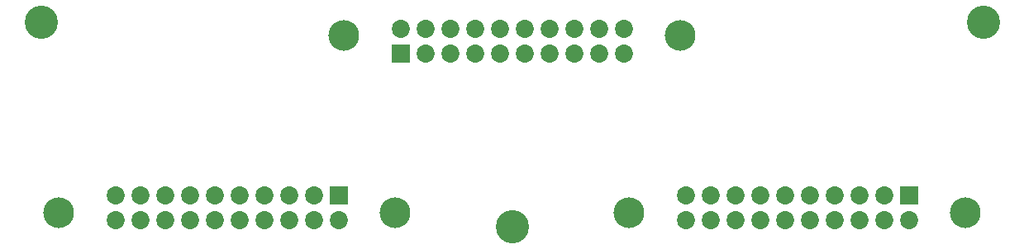
<source format=gbs>
G04 Output by ViewMate Deluxe V11.0.9  PentaLogix LLC*
G04 Sun Jun 01 12:26:16 2014*
%FSLAX33Y33*%
%MOMM*%
%IPPOS*%
%ADD100R,1.8542X1.8542*%
%ADD101C,1.8542*%
%ADD102C,3.1496*%
%ADD103C,3.4036*%

%LPD*%
X0Y0D2*D100*G1X100648Y13018D3*X48578Y27622D3*X42228Y13018D3*D101*X100648Y10478D3*X77788Y10478D3*X80328Y10478D3*X82868Y10478D3*X85408Y10478D3*X87948Y10478D3*X90488Y10478D3*X93028Y10478D3*X95568Y10478D3*X98108Y10478D3*X98108Y13018D3*X95568Y13018D3*X93028Y13018D3*X90488Y13018D3*X87948Y13018D3*X85408Y13018D3*X82868Y13018D3*X80328Y13018D3*X77788Y13018D3*X48578Y30162D3*X51118Y30162D3*X53658Y30162D3*X56198Y30162D3*X58738Y30162D3*X61278Y30162D3*X63818Y30162D3*X66358Y30162D3*X68898Y30162D3*X71438Y30162D3*X71438Y27622D3*X68898Y27622D3*X66358Y27622D3*X63818Y27622D3*X61278Y27622D3*X58738Y27622D3*X56198Y27622D3*X53658Y27622D3*X51118Y27622D3*X19368Y13018D3*X21908Y13018D3*X24448Y13018D3*X26988Y13018D3*X29528Y13018D3*X32068Y13018D3*X34608Y13018D3*X37148Y13018D3*X39688Y13018D3*X42228Y10478D3*X39688Y10478D3*X37148Y10478D3*X34608Y10478D3*X32068Y10478D3*X29528Y10478D3*X26988Y10478D3*X24448Y10478D3*X21908Y10478D3*X19368Y10478D3*D102*X77254Y29426D3*X42761Y29426D3*X13551Y11214D3*X48044Y11214D3*X71971Y11214D3*X106464Y11214D3*D103*X11748Y30798D3*X60008Y9842D3*X108268Y30798D3*X0Y0D2*M02*
</source>
